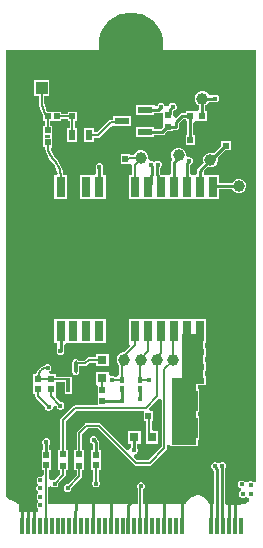
<source format=gtl>
G04*
G04 #@! TF.GenerationSoftware,Altium Limited,Altium Designer,21.6.4 (81)*
G04*
G04 Layer_Physical_Order=1*
G04 Layer_Color=255*
%FSLAX25Y25*%
%MOIN*%
G70*
G04*
G04 #@! TF.SameCoordinates,6F8CC7CC-E5A1-43EC-881E-7175B0140384*
G04*
G04*
G04 #@! TF.FilePolarity,Positive*
G04*
G01*
G75*
%ADD17C,0.01000*%
%ADD26R,0.02362X0.03543*%
%ADD27R,0.02165X0.02362*%
G04:AMPARAMS|DCode=28|XSize=45.83mil|YSize=13.22mil|CornerRadius=6.61mil|HoleSize=0mil|Usage=FLASHONLY|Rotation=90.000|XOffset=0mil|YOffset=0mil|HoleType=Round|Shape=RoundedRectangle|*
%AMROUNDEDRECTD28*
21,1,0.04583,0.00000,0,0,90.0*
21,1,0.03260,0.01322,0,0,90.0*
1,1,0.01322,0.00000,0.01630*
1,1,0.01322,0.00000,-0.01630*
1,1,0.01322,0.00000,-0.01630*
1,1,0.01322,0.00000,0.01630*
%
%ADD28ROUNDEDRECTD28*%
%ADD29R,0.01322X0.04583*%
%ADD30R,0.03150X0.03150*%
%ADD31R,0.02165X0.02165*%
%ADD32R,0.02165X0.02165*%
%ADD33R,0.02029X0.01860*%
%ADD34R,0.01378X0.05709*%
%ADD35R,0.01772X0.01968*%
%ADD36R,0.04546X0.06717*%
%ADD37R,0.05000X0.02200*%
%ADD38R,0.01968X0.02362*%
%ADD39R,0.03150X0.03150*%
%ADD40R,0.01968X0.01968*%
%ADD41R,0.01968X0.01968*%
%ADD42R,0.02362X0.01968*%
%ADD49R,0.03937X0.04134*%
%ADD50R,0.04134X0.08661*%
%ADD61C,0.00750*%
%ADD62C,0.00950*%
%ADD63R,0.03150X0.07080*%
%ADD64C,0.03937*%
%ADD65C,0.01600*%
%ADD66C,0.21654*%
G36*
X67323Y52559D02*
X64961D01*
Y32283D01*
X56693D01*
Y54331D01*
X60233D01*
Y69169D01*
X67323D01*
Y52559D01*
D02*
G37*
G36*
X85009Y20054D02*
X84785Y19928D01*
X84009Y19747D01*
X83807Y19949D01*
X83329Y20147D01*
X82812D01*
X82335Y19949D01*
X82237Y19852D01*
X81455Y19763D01*
X81024Y19914D01*
X80838Y20100D01*
X80360Y20298D01*
X79843D01*
X79365Y20100D01*
X78999Y19735D01*
X78801Y19257D01*
Y18740D01*
X78999Y18262D01*
X79365Y17896D01*
X79450Y17861D01*
D01*
X79843Y17698D01*
X79921D01*
Y16973D01*
X79624Y16850D01*
X79548Y16774D01*
D01*
X79258Y16484D01*
X79060Y16007D01*
Y15489D01*
X79258Y15012D01*
X79624Y14646D01*
X80101Y14448D01*
X80619D01*
X81048Y14626D01*
X81096Y14646D01*
X81621Y14866D01*
X82464Y14439D01*
X82535Y13482D01*
X82121Y13205D01*
X81578Y12662D01*
X81578Y12662D01*
X81404Y12402D01*
X79921D01*
Y12205D01*
X74827D01*
Y12402D01*
X74654D01*
Y24352D01*
X74762Y24461D01*
X74960Y24938D01*
Y25455D01*
X74762Y25933D01*
X74396Y26299D01*
X73918Y26497D01*
X73401D01*
X72923Y26299D01*
X72466Y25994D01*
X72009Y26299D01*
X71531Y26497D01*
X71014D01*
X70536Y26299D01*
X70170Y25933D01*
X69972Y25455D01*
Y24938D01*
X70170Y24461D01*
X70536Y24095D01*
X70663Y24042D01*
X70679Y23962D01*
X70894Y23640D01*
X71016Y23518D01*
Y12402D01*
X69271D01*
X69253Y12493D01*
X68900Y13344D01*
X68552Y13865D01*
X67901Y14517D01*
X67379Y14865D01*
X67379Y14865D01*
X66528Y15217D01*
X66528Y15217D01*
X65914Y15340D01*
X64992D01*
X64377Y15217D01*
X64377Y15217D01*
X63526Y14865D01*
X63005Y14517D01*
X62353Y13865D01*
X62005Y13344D01*
X62005Y13344D01*
X61653Y12493D01*
X61634Y12402D01*
X47152D01*
Y17385D01*
X47193Y17402D01*
X47559Y17767D01*
X47757Y18245D01*
Y18763D01*
X47559Y19240D01*
X47193Y19606D01*
X46715Y19804D01*
X46198D01*
X45720Y19606D01*
X45355Y19240D01*
X45157Y18763D01*
Y18245D01*
X45355Y17767D01*
X45368Y17754D01*
Y12402D01*
X15656D01*
Y18256D01*
X16441Y18501D01*
X16656Y18514D01*
X16980Y18189D01*
X17458Y17991D01*
X17975D01*
X18453Y18189D01*
X18819Y18555D01*
X19016Y19033D01*
Y19330D01*
X21103Y21416D01*
X21297Y21706D01*
X21365Y22047D01*
Y23713D01*
X22153D01*
Y26650D01*
X22154Y26681D01*
Y27650D01*
X22153Y27681D01*
Y30618D01*
X21365D01*
Y40182D01*
X24779Y43596D01*
X46549D01*
X47433Y43315D01*
X47433Y42596D01*
Y40150D01*
X48320D01*
Y37041D01*
X48301Y37022D01*
X48301D01*
X48122Y36720D01*
X48122Y36720D01*
X48122Y36096D01*
Y32571D01*
X52272D01*
Y36720D01*
X51032D01*
X50105Y37022D01*
Y40150D01*
X50598D01*
Y43315D01*
X49534D01*
X49120Y44315D01*
X52439Y47634D01*
X53068Y47490D01*
X53439Y47250D01*
Y31472D01*
X49015Y27048D01*
X45270D01*
X44304Y28015D01*
X44319Y28339D01*
X44611Y29122D01*
X44831Y29213D01*
X45197Y29579D01*
X45395Y30056D01*
Y30574D01*
X45197Y31051D01*
X45114Y31134D01*
Y32571D01*
X46366D01*
Y36720D01*
X42217D01*
Y32571D01*
X43075D01*
Y31134D01*
X42992Y31051D01*
X42901Y30831D01*
X42118Y30540D01*
X41794Y30524D01*
X33105Y39213D01*
X32816Y39407D01*
X32474Y39475D01*
X28346D01*
X28005Y39407D01*
X27716Y39213D01*
X25353Y36851D01*
X25160Y36562D01*
X25092Y36220D01*
Y30618D01*
X24303D01*
Y27681D01*
X24303Y27650D01*
Y26681D01*
X24303Y26650D01*
Y23713D01*
X25092D01*
Y22023D01*
X22086Y19016D01*
X21789D01*
X21311Y18819D01*
X20945Y18453D01*
X20747Y17975D01*
Y17458D01*
X20945Y16980D01*
X21311Y16614D01*
X21789Y16417D01*
X22306D01*
X22784Y16614D01*
X23149Y16980D01*
X23347Y17458D01*
Y17755D01*
X26615Y21023D01*
X26809Y21312D01*
X26876Y21654D01*
Y23713D01*
X27665D01*
Y26650D01*
X27665Y26681D01*
Y27650D01*
X27665Y27681D01*
Y30618D01*
X26876D01*
Y35851D01*
X28716Y37690D01*
X32105D01*
X44270Y25525D01*
X44559Y25332D01*
X44901Y25264D01*
X44901Y25264D01*
X49384D01*
X49726Y25332D01*
X50015Y25525D01*
X54962Y30472D01*
X55155Y30761D01*
X55223Y31102D01*
X55223Y31102D01*
Y32112D01*
X56152Y32283D01*
X56310Y31901D01*
X56693Y31742D01*
X64961D01*
X65343Y31901D01*
X65502Y32283D01*
Y33937D01*
X65860D01*
Y41654D01*
X65502D01*
Y42992D01*
X65860D01*
Y50709D01*
X65502D01*
Y52018D01*
X67323D01*
X67422Y52059D01*
X68020D01*
Y55028D01*
X67864D01*
Y56783D01*
X68020D01*
Y59752D01*
X67864D01*
Y61508D01*
X68020D01*
Y64476D01*
X67864D01*
Y66040D01*
X68213D01*
Y74120D01*
X64063D01*
Y74120D01*
X63883D01*
Y74120D01*
X60553D01*
X59733Y74120D01*
X58733Y74120D01*
X55403Y74120D01*
X54403Y74120D01*
X51073Y74120D01*
X50073Y74120D01*
X46743Y74120D01*
X45743Y74120D01*
X42413D01*
Y66040D01*
X42497D01*
X42912Y65039D01*
X40971Y63098D01*
X40454D01*
X39547Y62723D01*
X38852Y62028D01*
X38476Y61121D01*
Y60139D01*
X38852Y59232D01*
X39265Y58819D01*
Y55323D01*
X38772D01*
Y55171D01*
X37772Y54913D01*
X37744Y54941D01*
X37266Y55139D01*
X36749D01*
X36690Y55114D01*
X35735Y55641D01*
X35690Y55700D01*
Y56618D01*
X31541D01*
Y52468D01*
X31541D01*
X32088Y51920D01*
Y49376D01*
X32088Y48754D01*
X32088Y47754D01*
Y45380D01*
X24409D01*
X24068Y45312D01*
X23779Y45119D01*
X19842Y41182D01*
X19648Y40893D01*
X19580Y40551D01*
Y30618D01*
X18791D01*
Y27681D01*
X18791Y27650D01*
Y26681D01*
X18791Y26650D01*
Y23713D01*
X19580D01*
Y22417D01*
X17755Y20591D01*
X17458D01*
X16980Y20393D01*
X15927Y20724D01*
X15785Y20918D01*
X15853Y21260D01*
Y23811D01*
X16543D01*
Y27158D01*
Y30520D01*
X15980D01*
Y32252D01*
X16063Y32335D01*
X16261Y32812D01*
Y33329D01*
X16063Y33807D01*
X15697Y34173D01*
X15219Y34371D01*
X14702D01*
X14224Y34173D01*
X13859Y33807D01*
X13661Y33329D01*
Y32812D01*
X13859Y32335D01*
X13941Y32252D01*
Y30520D01*
X13378D01*
Y27158D01*
Y23811D01*
X14069D01*
Y22376D01*
X13251Y21633D01*
X12733D01*
X12256Y21435D01*
X11890Y21069D01*
X11692Y20591D01*
Y20079D01*
Y20074D01*
X11890Y19596D01*
X12205Y19282D01*
Y18880D01*
X11843Y18518D01*
D01*
X11645Y18041D01*
Y17523D01*
X11843Y17045D01*
X12205Y16684D01*
Y16012D01*
X11913Y15720D01*
D01*
X11890Y15697D01*
D01*
X11692Y15219D01*
Y14702D01*
X11890Y14224D01*
X12205Y13910D01*
Y13256D01*
X11890Y12941D01*
D01*
D01*
X11692Y12463D01*
Y12402D01*
Y11946D01*
X11890Y11468D01*
X12205Y11154D01*
Y9843D01*
X5906D01*
Y12402D01*
X5210D01*
X5036Y12662D01*
X4493Y13205D01*
X4493Y13205D01*
X3972Y13553D01*
X3972Y13553D01*
X3262Y13847D01*
X3031Y13893D01*
X2805Y13962D01*
X2421Y13999D01*
X1606Y14646D01*
Y14961D01*
Y15489D01*
X1606Y163749D01*
X85009D01*
X85009Y20054D01*
D02*
G37*
%LPC*%
G36*
X67420Y150106D02*
X66438D01*
X65531Y149731D01*
X64836Y149036D01*
X64461Y148129D01*
Y147147D01*
X64836Y146239D01*
X65531Y145545D01*
X65909Y145388D01*
Y144234D01*
X65445Y143413D01*
X64476D01*
X64445Y143413D01*
X61508D01*
Y142752D01*
X60082D01*
X59692Y142674D01*
X59361Y142453D01*
X58193Y141285D01*
X57193Y141700D01*
Y142512D01*
X57213Y142610D01*
Y143566D01*
X57228Y143582D01*
X57345D01*
X57823Y143780D01*
X58189Y144146D01*
X58387Y144623D01*
Y145141D01*
X58189Y145618D01*
X57823Y145984D01*
X57345Y146182D01*
X56828D01*
X56350Y145984D01*
X55984Y145618D01*
X55787Y145141D01*
X55450Y145037D01*
X54450Y145141D01*
X54252Y145618D01*
X53886Y145984D01*
X53408Y146182D01*
X52891D01*
X52413Y145984D01*
X52047Y145618D01*
X51850Y145141D01*
X51754Y145139D01*
X50757Y145360D01*
Y145360D01*
X44758D01*
Y142160D01*
X50757D01*
Y142740D01*
X52028D01*
X52418Y142818D01*
X52749Y143039D01*
X52831Y143121D01*
X53812Y142715D01*
X53831Y142675D01*
Y140673D01*
X53831Y140642D01*
Y139673D01*
X53831Y139642D01*
Y138147D01*
X53259Y137575D01*
X50757D01*
Y138155D01*
X44758D01*
Y134955D01*
X50757D01*
Y135536D01*
X53681D01*
X54071Y135613D01*
X54402Y135834D01*
X55273Y136705D01*
X57193D01*
Y137169D01*
X58211D01*
X58601Y137247D01*
X58932Y137468D01*
X59153Y137799D01*
X59231Y138189D01*
Y139440D01*
X60504Y140713D01*
X61508D01*
Y140051D01*
X61972D01*
Y135539D01*
X61508D01*
Y132177D01*
X64476D01*
Y135539D01*
X64012D01*
Y139231D01*
X64476Y140051D01*
X65445D01*
X65476Y140051D01*
X68413D01*
Y143413D01*
X67949D01*
Y145388D01*
X68327Y145545D01*
X69022Y146239D01*
X69179Y146618D01*
X70441D01*
X70524Y146536D01*
X71001Y146338D01*
X71518D01*
X71996Y146536D01*
X72362Y146901D01*
X72560Y147379D01*
Y147896D01*
X72362Y148374D01*
X71996Y148740D01*
X71518Y148938D01*
X71001D01*
X70524Y148740D01*
X70441Y148657D01*
X69179D01*
X69022Y149036D01*
X68327Y149731D01*
X67420Y150106D01*
D02*
G37*
G36*
X43158Y141758D02*
X37157D01*
Y140574D01*
X36533D01*
X36191Y140506D01*
X35902Y140313D01*
X32012Y136423D01*
X31012Y136562D01*
Y137705D01*
X27650D01*
Y133161D01*
X31012D01*
Y134541D01*
X32283D01*
X32625Y134609D01*
X32914Y134802D01*
X36307Y138195D01*
X37157Y138558D01*
X37157Y138558D01*
Y138558D01*
X37157Y138558D01*
X43158D01*
Y141758D01*
D02*
G37*
G36*
X15854Y153650D02*
X10917D01*
Y148516D01*
X12494D01*
Y146485D01*
X12474D01*
X12621Y144996D01*
X13055Y143564D01*
X13760Y142244D01*
X13924Y142044D01*
Y140302D01*
X14462D01*
Y138492D01*
X13870D01*
Y135555D01*
X13870Y135524D01*
Y134555D01*
X13870Y134524D01*
Y131587D01*
X14524D01*
X14609Y130722D01*
X15120Y129037D01*
X15950Y127484D01*
X17067Y126122D01*
X17067D01*
X17096Y126121D01*
X17808Y125253D01*
X18347Y124244D01*
X18679Y123150D01*
X18705Y122890D01*
X18033Y122150D01*
X17613D01*
Y114069D01*
X21763D01*
Y122150D01*
X20587D01*
X20453Y123503D01*
X20018Y124936D01*
X19312Y126258D01*
X18361Y127416D01*
X18361Y127416D01*
X17728Y128154D01*
X17454Y128489D01*
X16791Y129729D01*
X16531Y130587D01*
X16839Y131587D01*
X16839D01*
Y134524D01*
X16839Y134555D01*
Y135524D01*
X16839Y135555D01*
Y138492D01*
X16247D01*
Y140302D01*
X19934D01*
Y140840D01*
X22138D01*
Y140248D01*
X22730D01*
Y137705D01*
X21744D01*
Y133161D01*
X25106D01*
Y137705D01*
X24514D01*
Y140248D01*
X25106D01*
Y143217D01*
X22138D01*
Y142624D01*
X19934D01*
Y143162D01*
X15336D01*
X15264Y143249D01*
X14726Y144256D01*
X14395Y145349D01*
X14283Y146485D01*
X14278D01*
Y148516D01*
X15854D01*
Y153650D01*
D02*
G37*
G36*
X76484Y133374D02*
X73122D01*
Y131847D01*
X70694Y129419D01*
X70176Y129634D01*
X69194D01*
X68287Y129258D01*
X67592Y128564D01*
X67216Y127656D01*
Y126674D01*
X67373Y126296D01*
X65417Y124340D01*
X65196Y124009D01*
X65119Y123619D01*
Y122857D01*
X64412Y122150D01*
X63535D01*
X62828Y122857D01*
Y125472D01*
X62857D01*
X63335Y125670D01*
X63700Y126035D01*
X63898Y126513D01*
Y127030D01*
X63700Y127508D01*
X63335Y127874D01*
X62857Y128072D01*
X62450D01*
X62310Y128098D01*
X61524Y128816D01*
Y129231D01*
X61148Y130138D01*
X60453Y130833D01*
X59546Y131209D01*
X58564D01*
X57657Y130833D01*
X56962Y130138D01*
X56587Y129231D01*
Y128249D01*
X56962Y127342D01*
X56986Y127318D01*
X56759Y127092D01*
X56538Y126761D01*
X56461Y126371D01*
Y122857D01*
X55754Y122150D01*
X55403D01*
X54403Y122150D01*
X53015D01*
X52967Y122390D01*
X52802Y122636D01*
Y124443D01*
X52913Y124488D01*
X53279Y124854D01*
X53477Y125332D01*
Y125849D01*
X53279Y126327D01*
X52913Y126693D01*
X52436Y126891D01*
X51919D01*
X51441Y126693D01*
X50983Y126388D01*
X50526Y126693D01*
X50048Y126891D01*
X49771D01*
X49299Y127210D01*
X48925Y127722D01*
Y128444D01*
X48549Y129351D01*
X47855Y130045D01*
X46948Y130421D01*
X45966D01*
X45058Y130045D01*
X44364Y129351D01*
X44154Y128845D01*
X42823D01*
Y129240D01*
X39854D01*
Y125878D01*
X42643D01*
X42997Y125755D01*
X43596Y125331D01*
Y122150D01*
X42413D01*
Y114069D01*
X45743D01*
X46563Y114069D01*
X47563Y114069D01*
X50893D01*
Y114069D01*
X51073D01*
Y114069D01*
X54403D01*
X55223Y114069D01*
X56223Y114069D01*
X59553Y114069D01*
X60553Y114069D01*
X63883Y114069D01*
X64883Y114069D01*
X68213Y114069D01*
X69213Y114069D01*
X72543D01*
Y117484D01*
X76884D01*
X77041Y117106D01*
X77736Y116411D01*
X78643Y116035D01*
X79625D01*
X80532Y116411D01*
X81226Y117106D01*
X81602Y118013D01*
Y118995D01*
X81226Y119902D01*
X80532Y120597D01*
X79625Y120972D01*
X78643D01*
X77736Y120597D01*
X77041Y119902D01*
X76884Y119524D01*
X72543D01*
Y122150D01*
X69213D01*
X68393Y122150D01*
X67865D01*
X67625Y122390D01*
Y123663D01*
X68815Y124854D01*
X69194Y124697D01*
X70176D01*
X71083Y125073D01*
X71778Y125767D01*
X72154Y126674D01*
Y127656D01*
X72054Y127896D01*
X74564Y130405D01*
X76484D01*
Y133374D01*
D02*
G37*
G36*
X32936Y126103D02*
X32419D01*
X31941Y125905D01*
X31575Y125540D01*
X31377Y125062D01*
Y124545D01*
X31575Y124067D01*
X31659Y123983D01*
Y122857D01*
X30952Y122150D01*
X30603D01*
X29603Y122150D01*
X26273D01*
Y114069D01*
X29603D01*
X30423Y114069D01*
X31423Y114069D01*
X34753D01*
Y122150D01*
X33698D01*
Y123986D01*
X33779Y124067D01*
X33977Y124545D01*
Y125062D01*
X33779Y125540D01*
X33414Y125905D01*
X32936Y126103D01*
D02*
G37*
G36*
X30603Y74120D02*
X29603Y74120D01*
X26273Y74120D01*
X25273Y74120D01*
X21943Y74120D01*
X20943Y74120D01*
X17613D01*
Y66040D01*
X18669D01*
Y64208D01*
X18583Y64122D01*
X18385Y63644D01*
Y63127D01*
X18583Y62649D01*
X18949Y62284D01*
X19426Y62086D01*
X19944D01*
X20421Y62284D01*
X20787Y62649D01*
X20985Y63127D01*
Y63644D01*
X20787Y64122D01*
X20708Y64201D01*
Y65332D01*
X21415Y66040D01*
X21763D01*
X22763Y66040D01*
X26093Y66040D01*
X27093Y66040D01*
X30423Y66040D01*
X31423Y66040D01*
X34753D01*
Y74120D01*
X30603Y74120D01*
D02*
G37*
G36*
X35690Y62524D02*
X31541D01*
Y61341D01*
X29021D01*
X28680Y61273D01*
X28390Y61080D01*
X27608Y60297D01*
X25854D01*
X25640Y60617D01*
X25256Y60874D01*
X24803Y60964D01*
X24350Y60874D01*
X23966Y60617D01*
X23709Y60233D01*
X23619Y59780D01*
Y56520D01*
X23709Y56067D01*
X23966Y55683D01*
X24350Y55426D01*
X24803Y55336D01*
X25256Y55426D01*
X25640Y55683D01*
X25897Y56067D01*
X25987Y56520D01*
Y58513D01*
X27978D01*
X28319Y58581D01*
X28608Y58774D01*
X29391Y59557D01*
X31541D01*
Y58374D01*
X35690D01*
Y62524D01*
D02*
G37*
G36*
X15613Y59174D02*
X15096D01*
X14618Y58976D01*
X14252Y58610D01*
X14247Y58597D01*
X13475Y58278D01*
X12697Y57680D01*
D01*
X12352Y57333D01*
D01*
X11780Y56589D01*
X11422Y55722D01*
X11421Y55717D01*
X10622D01*
Y52354D01*
Y49008D01*
X11313D01*
Y48425D01*
X11381Y48084D01*
X11574Y47794D01*
X14448Y44920D01*
Y44623D01*
X14646Y44146D01*
X15012Y43780D01*
X15489Y43582D01*
X16007D01*
X16484Y43780D01*
X16850Y44146D01*
X17048Y44623D01*
Y44791D01*
X17919Y45338D01*
X17972Y45350D01*
X18385Y45042D01*
Y45017D01*
X18583Y44539D01*
X18949Y44173D01*
X19426Y43976D01*
X19944D01*
X20421Y44173D01*
X20787Y44539D01*
X20985Y45017D01*
Y45534D01*
X20787Y46012D01*
X20421Y46378D01*
X19944Y46576D01*
X19647D01*
X18186Y48036D01*
X18118Y49008D01*
X18118D01*
Y53143D01*
X21083D01*
Y49295D01*
X23405D01*
Y54878D01*
X22177D01*
X21925Y54928D01*
X18118D01*
Y55717D01*
X16156D01*
X15957Y56717D01*
X16091Y56772D01*
X16456Y57138D01*
X16654Y57615D01*
Y58133D01*
X16456Y58610D01*
X16091Y58976D01*
X15613Y59174D01*
D02*
G37*
G36*
X30967Y35158D02*
X30450D01*
X29972Y34960D01*
X29607Y34595D01*
X29409Y34117D01*
Y33600D01*
X29607Y33122D01*
X29972Y32756D01*
X30450Y32558D01*
X30476D01*
Y30520D01*
X29913D01*
Y27158D01*
Y23811D01*
X30604D01*
Y20238D01*
X30394Y20028D01*
X30196Y19550D01*
Y19033D01*
X30394Y18555D01*
X30760Y18189D01*
X31238Y17991D01*
X31755D01*
X32232Y18189D01*
X32598Y18555D01*
X32796Y19033D01*
Y19550D01*
X32598Y20028D01*
X32388Y20238D01*
Y23811D01*
X33079D01*
Y27158D01*
Y30520D01*
X32516D01*
Y33071D01*
X32438Y33461D01*
X32217Y33792D01*
X32009Y34000D01*
Y34117D01*
X31811Y34595D01*
X31445Y34960D01*
X30967Y35158D01*
D02*
G37*
%LPD*%
G36*
X16297Y135523D02*
Y134555D01*
Y134555D01*
X14411D01*
Y134555D01*
Y135523D01*
Y135524D01*
X16297D01*
Y135523D01*
D02*
G37*
G54D17*
X44291Y34646D02*
X44094Y34170D01*
X33670Y46794D02*
X33699Y46822D01*
X40129D01*
X40157Y46850D01*
X27350Y47655D02*
X27362Y47668D01*
Y52086D01*
X57480Y126371D02*
X59055Y127945D01*
Y128740D01*
X57480Y118111D02*
Y126371D01*
X62795Y141732D02*
X62992Y141535D01*
X55512Y138189D02*
X58211D01*
X60082Y141732D02*
X62795D01*
X58211Y139862D02*
X60082Y141732D01*
X58211Y138189D02*
Y139862D01*
X24803Y10389D02*
Y14961D01*
X30512Y5020D02*
Y13386D01*
X75984Y10976D02*
Y14567D01*
X75787Y10779D02*
X75984Y10976D01*
X75787Y5020D02*
Y10779D01*
X24606Y5020D02*
Y10192D01*
X24803Y10389D01*
X30709Y33858D02*
X31496Y33071D01*
Y28839D02*
Y33071D01*
X44094Y30315D02*
Y34170D01*
X41732Y41732D02*
X45276D01*
X46063Y47638D02*
Y50886D01*
X40157Y46850D02*
Y50886D01*
X14961Y28839D02*
Y33071D01*
X32677Y124803D02*
X32678Y124802D01*
Y118110D02*
Y124802D01*
X61808Y125982D02*
X62598Y126772D01*
X61808Y118110D02*
Y125982D01*
X19685Y63386D02*
X19688Y63389D01*
Y70079D01*
X70863Y118504D02*
X79134D01*
X70468Y118110D02*
X70863Y118504D01*
X57478Y118110D02*
X57480Y118111D01*
X66138Y123619D02*
X69685Y127165D01*
X66138Y118110D02*
Y123619D01*
X69882Y127165D02*
X74606Y131890D01*
X74803D01*
X69685Y127165D02*
X69882D01*
X74803Y135827D02*
Y139370D01*
X66929Y133858D02*
X69685D01*
X66929Y147638D02*
X71260D01*
X66929Y141732D02*
Y147638D01*
X62992Y133858D02*
Y141535D01*
Y133858D02*
X62992Y133858D01*
X53681Y136555D02*
X55315Y138189D01*
X47758Y136555D02*
X53681D01*
X55315Y138189D02*
X55512D01*
X56193Y143988D02*
X57087Y144882D01*
X55709Y142126D02*
X56193Y142610D01*
X55512Y142126D02*
X55709D01*
X56193Y142610D02*
Y143988D01*
X52028Y143760D02*
X53150Y144882D01*
X47758Y143760D02*
X52028D01*
X37402Y127559D02*
Y131496D01*
X37402Y127559D02*
X37402Y127559D01*
X27559Y141732D02*
X31102D01*
X69291Y17161D02*
X69882Y16570D01*
Y5020D02*
Y16570D01*
X69291Y17161D02*
Y17323D01*
X43701Y13617D02*
Y13780D01*
X42323Y12239D02*
X43701Y13617D01*
X42323Y5020D02*
Y12239D01*
X77756Y5020D02*
Y12992D01*
X59842Y14173D02*
X60039Y13976D01*
Y5020D02*
Y13976D01*
X53937Y14173D02*
X54134Y13976D01*
Y5020D02*
Y13976D01*
X48228Y13583D02*
X48425Y13780D01*
X48228Y5020D02*
Y13583D01*
X36417Y13189D02*
X36614Y13386D01*
X36417Y5020D02*
Y13189D01*
X10827Y5020D02*
Y11417D01*
X10630Y5020D02*
X10827D01*
X8858D02*
Y11417D01*
X6890Y5020D02*
Y10630D01*
G54D26*
X29331Y135433D02*
D03*
X23425D02*
D03*
G54D27*
X12205Y54035D02*
D03*
Y50689D02*
D03*
X16535Y54035D02*
D03*
Y50689D02*
D03*
X14961Y28839D02*
D03*
Y25492D02*
D03*
X31496Y28839D02*
D03*
Y25492D02*
D03*
G54D28*
X24803Y58150D02*
D03*
X27362Y52086D02*
D03*
G54D29*
X22244D02*
D03*
G54D30*
X33616Y54543D02*
D03*
Y60449D02*
D03*
G54D31*
X33670Y46794D02*
D03*
Y50337D02*
D03*
G54D32*
X49016Y41732D02*
D03*
X45472D02*
D03*
G54D33*
X15439Y141732D02*
D03*
X18419D02*
D03*
G54D34*
X6890Y5020D02*
D03*
X8858D02*
D03*
X10827D02*
D03*
X12795D02*
D03*
X14764D02*
D03*
X16732D02*
D03*
X18701D02*
D03*
X20669D02*
D03*
X22638D02*
D03*
X24606D02*
D03*
X26575D02*
D03*
X28543D02*
D03*
X30512D02*
D03*
X32480D02*
D03*
X34449D02*
D03*
X36417D02*
D03*
X38386D02*
D03*
X40354D02*
D03*
X42323D02*
D03*
X44291D02*
D03*
X46260D02*
D03*
X48228D02*
D03*
X50197D02*
D03*
X52165D02*
D03*
X54134D02*
D03*
X56102D02*
D03*
X58071D02*
D03*
X60039D02*
D03*
X73819D02*
D03*
X75787D02*
D03*
X77756D02*
D03*
X79724D02*
D03*
X71850D02*
D03*
X69882D02*
D03*
G54D35*
X40157Y53839D02*
D03*
Y50886D02*
D03*
X46063Y53839D02*
D03*
Y50886D02*
D03*
G54D36*
X73133Y37795D02*
D03*
X63087D02*
D03*
X73133Y46850D02*
D03*
X63087D02*
D03*
G54D37*
X47758Y136555D02*
D03*
Y143760D02*
D03*
X40157Y140157D02*
D03*
G54D38*
X66929Y133858D02*
D03*
X62992D02*
D03*
X37402Y127559D02*
D03*
X41339D02*
D03*
X62992Y141732D02*
D03*
X66929D02*
D03*
G54D39*
X50197Y34646D02*
D03*
X44291D02*
D03*
G54D40*
X27559Y141732D02*
D03*
X23622D02*
D03*
X70472Y62992D02*
D03*
X66535D02*
D03*
X70472Y58268D02*
D03*
X66535D02*
D03*
X70472Y53543D02*
D03*
X66535D02*
D03*
G54D41*
X15354Y137008D02*
D03*
Y133071D02*
D03*
G54D42*
X25984Y25197D02*
D03*
Y29134D02*
D03*
X20472Y25197D02*
D03*
Y29134D02*
D03*
X74803Y131890D02*
D03*
Y135827D02*
D03*
X55512Y142126D02*
D03*
Y138189D02*
D03*
G54D49*
X13386Y151083D02*
D03*
G54D50*
X7579Y157087D02*
D03*
X19193D02*
D03*
G54D61*
X12992Y56693D02*
X12409Y55821D01*
X12205Y54792D01*
X15354Y57874D02*
X14263Y57657D01*
X13338Y57039D01*
X46457Y18504D02*
X46260Y18029D01*
X49213Y37022D02*
X49327Y36152D01*
X49663Y35342D01*
X50197Y34646D01*
X23425Y135433D02*
X23622Y135908D01*
X13386Y146485D02*
X13469Y145433D01*
X13715Y144408D01*
X14118Y143433D01*
X14669Y142534D01*
X15354Y141732D01*
X15354Y132475D02*
X15423Y131422D01*
X15629Y130387D01*
X15968Y129388D01*
X16435Y128442D01*
X17021Y127565D01*
X17717Y126772D01*
X19688Y122011D02*
X19605Y123064D01*
X19359Y124092D01*
X18955Y125068D01*
X18403Y125968D01*
X17717Y126772D01*
X16535Y54035D02*
X21925D01*
X22244Y52086D02*
Y53716D01*
X21925Y54035D02*
X22244Y53716D01*
X33670Y50337D02*
Y54488D01*
X33616Y54543D02*
X33670Y54488D01*
X24803Y58150D02*
Y59141D01*
X25067Y59405D01*
X27978D01*
X29021Y60449D01*
X33616D01*
X40157Y53839D02*
Y61024D01*
X44488Y65355D01*
X12205Y54035D02*
Y54792D01*
X12992Y56693D02*
X13338Y57039D01*
X12205Y54035D02*
X16535D01*
X12205Y48425D02*
X15748Y44882D01*
X12205Y48425D02*
Y50689D01*
X16535Y48425D02*
X19685Y45276D01*
X16535Y48425D02*
Y50689D01*
X46260Y5020D02*
Y18029D01*
X57087Y60630D02*
Y69688D01*
X57478Y70079D01*
X44901Y26156D02*
X49384D01*
X28346Y38583D02*
X32474D01*
X44901Y26156D01*
X25984Y36220D02*
X28346Y38583D01*
X25984Y29134D02*
Y36220D01*
X49384Y26156D02*
X54331Y31102D01*
Y57436D02*
X57087Y60192D01*
X54331Y31102D02*
Y57436D01*
X57087Y60192D02*
Y60630D01*
X20472Y40551D02*
X24409Y44488D01*
X20472Y29134D02*
Y40551D01*
X24409Y44488D02*
X48031D01*
X51968Y48425D01*
Y60630D01*
Y61492D02*
X53148Y62672D01*
Y70079D01*
X51968Y60630D02*
Y61492D01*
X49213Y37022D02*
Y41732D01*
X46063Y53839D02*
X49213D01*
X37008D02*
X40157D01*
X44488Y65355D02*
Y70079D01*
X46063Y53839D02*
Y60630D01*
X48818Y63385D01*
Y70079D01*
X44488Y125546D02*
X46457Y127515D01*
X44488Y118110D02*
Y125546D01*
X46457Y127515D02*
Y127953D01*
X42520D02*
X46457D01*
X42126Y127559D02*
X42520Y127953D01*
X36533Y139682D02*
X39682D01*
X40157Y140157D01*
X32283Y135433D02*
X36533Y139682D01*
X29331Y135433D02*
X32283D01*
X23622Y135908D02*
Y141732D01*
X18504D02*
X23622D01*
X15354D02*
X15354Y141732D01*
Y137008D02*
Y141732D01*
X13386Y146485D02*
Y151083D01*
X15354Y132475D02*
Y133071D01*
X19688Y118110D02*
Y122011D01*
X31496Y19291D02*
Y25492D01*
X17717Y19291D02*
X20472Y22047D01*
Y25197D01*
X22047Y17717D02*
X25984Y21654D01*
Y25197D01*
X14961Y21260D02*
Y25492D01*
X14764Y21063D02*
X14961Y21260D01*
X14764Y5020D02*
Y21063D01*
G54D62*
X73660Y5404D02*
X73819Y5020D01*
X71850D02*
X72010Y5404D01*
X73660D02*
Y25197D01*
X73660Y25197D01*
X50158Y122250D02*
Y125046D01*
X49918Y119210D02*
Y122010D01*
X50158Y122250D01*
X48818Y118110D02*
X49918Y119210D01*
X71272Y25197D02*
X71597Y24872D01*
Y24343D02*
Y24872D01*
Y24343D02*
X72010Y23930D01*
Y5404D02*
Y23930D01*
X51808Y122250D02*
Y125046D01*
X52048Y119210D02*
X53148Y118110D01*
X51808Y122250D02*
X52048Y122010D01*
Y119210D02*
Y122010D01*
G54D63*
X44488Y118110D02*
D03*
X61808D02*
D03*
X66138D02*
D03*
X70468D02*
D03*
X48818D02*
D03*
X53148D02*
D03*
X57478D02*
D03*
X32678D02*
D03*
X19688D02*
D03*
X24018D02*
D03*
X28348D02*
D03*
X15358D02*
D03*
X28348Y70079D02*
D03*
X19688D02*
D03*
X15358D02*
D03*
X32678D02*
D03*
X24018D02*
D03*
X57478D02*
D03*
X53148D02*
D03*
X48818D02*
D03*
X70468D02*
D03*
X66138D02*
D03*
X61808D02*
D03*
X44488D02*
D03*
G54D64*
X51968Y60630D02*
D03*
X69685Y127165D02*
D03*
X46457Y127953D02*
D03*
X59055Y128740D02*
D03*
X66929Y147638D02*
D03*
X79134Y118504D02*
D03*
X40945Y60630D02*
D03*
X46457D02*
D03*
X57087D02*
D03*
G54D65*
X27350Y47655D02*
D03*
X15748Y44882D02*
D03*
X19685Y45276D02*
D03*
X15354Y57874D02*
D03*
X46457Y18504D02*
D03*
X78740Y30847D02*
D03*
X81809Y31105D02*
D03*
X79965Y24408D02*
D03*
X83206Y27953D02*
D03*
X83465Y24016D02*
D03*
X24803Y14961D02*
D03*
X75984Y14567D02*
D03*
X81890Y75984D02*
D03*
X80709Y94095D02*
D03*
X81102Y84646D02*
D03*
Y101969D02*
D03*
Y105512D02*
D03*
Y108661D02*
D03*
X84110Y161504D02*
D03*
X82610Y158504D02*
D03*
X84110Y155504D02*
D03*
X82610Y152504D02*
D03*
X81110Y161504D02*
D03*
X79610Y158504D02*
D03*
X81110Y155504D02*
D03*
X79610Y152504D02*
D03*
Y68504D02*
D03*
Y62504D02*
D03*
Y56504D02*
D03*
X78110Y161504D02*
D03*
X76610Y158504D02*
D03*
X78110Y155504D02*
D03*
X76610Y152504D02*
D03*
X75110Y161504D02*
D03*
X73610Y158504D02*
D03*
X75110Y155504D02*
D03*
X73610Y152504D02*
D03*
X72110Y161504D02*
D03*
X70610Y158504D02*
D03*
X72110Y155504D02*
D03*
X70610Y152504D02*
D03*
X69110Y161504D02*
D03*
X67610Y158504D02*
D03*
X69110Y155504D02*
D03*
X67610Y152504D02*
D03*
X66110Y161504D02*
D03*
X64610Y158504D02*
D03*
X66110Y155504D02*
D03*
X64610Y152504D02*
D03*
X63110Y161504D02*
D03*
X61610Y158504D02*
D03*
X63110Y155504D02*
D03*
X61610Y152504D02*
D03*
X60110Y161504D02*
D03*
X58610Y158504D02*
D03*
X60110Y155504D02*
D03*
X58610Y152504D02*
D03*
X57110Y161504D02*
D03*
X55610Y158504D02*
D03*
X57110Y155504D02*
D03*
X55610Y152504D02*
D03*
X54110Y155504D02*
D03*
X52610Y152504D02*
D03*
X49610D02*
D03*
X43610Y146504D02*
D03*
X42110Y149504D02*
D03*
X40610Y146504D02*
D03*
X42110Y143504D02*
D03*
X40610Y134504D02*
D03*
X37610Y152504D02*
D03*
X39110Y149504D02*
D03*
X37610Y146504D02*
D03*
X39110Y143504D02*
D03*
X37610Y134504D02*
D03*
Y122504D02*
D03*
Y116504D02*
D03*
Y110504D02*
D03*
X34610Y152504D02*
D03*
X36110Y149504D02*
D03*
X34610Y146504D02*
D03*
X36110Y143504D02*
D03*
X34610Y134504D02*
D03*
Y128504D02*
D03*
X36110Y119504D02*
D03*
Y113504D02*
D03*
X34610Y110504D02*
D03*
X36110Y107504D02*
D03*
X34610Y104504D02*
D03*
X31610Y158504D02*
D03*
X33110Y155504D02*
D03*
X31610Y152504D02*
D03*
X33110Y149504D02*
D03*
X31610Y146504D02*
D03*
X33110Y143504D02*
D03*
Y131504D02*
D03*
X31610Y128504D02*
D03*
Y110504D02*
D03*
X33110Y107504D02*
D03*
X31610Y104504D02*
D03*
X30110Y161504D02*
D03*
X28610Y158504D02*
D03*
X30110Y155504D02*
D03*
X28610Y152504D02*
D03*
X30110Y149504D02*
D03*
X28610Y146504D02*
D03*
X30110Y131504D02*
D03*
X28610Y128504D02*
D03*
X30110Y125504D02*
D03*
Y107504D02*
D03*
X28610Y104504D02*
D03*
X27110Y161504D02*
D03*
X25610Y158504D02*
D03*
X27110Y155504D02*
D03*
X25610Y152504D02*
D03*
X27110Y149504D02*
D03*
X25610Y146504D02*
D03*
X27110Y131504D02*
D03*
X25610Y128504D02*
D03*
X27110Y125504D02*
D03*
Y107504D02*
D03*
X25610Y104504D02*
D03*
X24110Y149504D02*
D03*
X22610Y146504D02*
D03*
X24110Y131504D02*
D03*
X22610Y128504D02*
D03*
Y110504D02*
D03*
X21110Y149504D02*
D03*
X19610Y146504D02*
D03*
Y110504D02*
D03*
X16610D02*
D03*
X18110Y107504D02*
D03*
X16610Y104504D02*
D03*
X15110Y161504D02*
D03*
X13610Y158504D02*
D03*
Y110504D02*
D03*
X15110Y107504D02*
D03*
X13610Y104504D02*
D03*
X12110Y161504D02*
D03*
X10610Y128504D02*
D03*
X12110Y125504D02*
D03*
X10610Y122504D02*
D03*
X12110Y119504D02*
D03*
X10610Y116504D02*
D03*
X12110Y113504D02*
D03*
X10610Y110504D02*
D03*
X12110Y107504D02*
D03*
X10610Y104504D02*
D03*
X7610Y146504D02*
D03*
X9110Y143504D02*
D03*
X7610Y140504D02*
D03*
X9110Y137504D02*
D03*
X7610Y134504D02*
D03*
X9110Y131504D02*
D03*
X7610Y128504D02*
D03*
X9110Y125504D02*
D03*
X7610Y122504D02*
D03*
X9110Y119504D02*
D03*
X7610Y116504D02*
D03*
X9110Y113504D02*
D03*
X7610Y110504D02*
D03*
X9110Y107504D02*
D03*
X7610Y104504D02*
D03*
Y98504D02*
D03*
Y92504D02*
D03*
Y86504D02*
D03*
Y80504D02*
D03*
Y74504D02*
D03*
Y68504D02*
D03*
Y62504D02*
D03*
Y56504D02*
D03*
Y50504D02*
D03*
Y44504D02*
D03*
Y38504D02*
D03*
Y32504D02*
D03*
Y26504D02*
D03*
X6110Y149504D02*
D03*
X4610Y146504D02*
D03*
X6110Y143504D02*
D03*
X4610Y140504D02*
D03*
X6110Y137504D02*
D03*
X4610Y134504D02*
D03*
X6110Y131504D02*
D03*
X4610Y128504D02*
D03*
X6110Y125504D02*
D03*
X4610Y122504D02*
D03*
X6110Y119504D02*
D03*
X4610Y116504D02*
D03*
X6110Y113504D02*
D03*
X4610Y110504D02*
D03*
X6110Y107504D02*
D03*
X4610Y104504D02*
D03*
X6110Y101504D02*
D03*
X4610Y98504D02*
D03*
X6110Y95504D02*
D03*
X4610Y92504D02*
D03*
X6110Y89504D02*
D03*
X4610Y86504D02*
D03*
X6110Y83504D02*
D03*
X4610Y80504D02*
D03*
X6110Y77504D02*
D03*
X4610Y74504D02*
D03*
X6110Y71504D02*
D03*
X4610Y68504D02*
D03*
X6110Y65504D02*
D03*
X4610Y62504D02*
D03*
X6110Y59504D02*
D03*
X4610Y56504D02*
D03*
X6110Y53504D02*
D03*
X4610Y50504D02*
D03*
X6110Y47504D02*
D03*
X4610Y44504D02*
D03*
X6110Y41504D02*
D03*
X4610Y38504D02*
D03*
X6110Y35504D02*
D03*
X4610Y32504D02*
D03*
X6110Y29504D02*
D03*
X4610Y26504D02*
D03*
X6110Y23504D02*
D03*
X12658Y133783D02*
D03*
X12431Y131024D02*
D03*
X13809Y128662D02*
D03*
X15217Y126148D02*
D03*
X17090Y123859D02*
D03*
X22047Y123660D02*
D03*
X21488Y126022D02*
D03*
X19779Y128268D02*
D03*
X18594Y130731D02*
D03*
X18460Y133163D02*
D03*
X18367Y135641D02*
D03*
X16520Y144769D02*
D03*
X15677Y147174D02*
D03*
X12396Y139050D02*
D03*
X12169Y141654D02*
D03*
X11475Y144016D02*
D03*
X12992Y154912D02*
D03*
X9055Y151083D02*
D03*
X9655Y148622D02*
D03*
X11045Y146423D02*
D03*
X12488Y136614D02*
D03*
X18215Y138177D02*
D03*
X17237Y149397D02*
D03*
X16142Y154912D02*
D03*
X3543Y155512D02*
D03*
Y160630D02*
D03*
X24409Y155118D02*
D03*
X28740Y14961D02*
D03*
X73660Y25197D02*
D03*
X71272D02*
D03*
X30709Y33858D02*
D03*
X52177Y125591D02*
D03*
X49790D02*
D03*
X44094Y30315D02*
D03*
X41732Y41732D02*
D03*
X46063Y47638D02*
D03*
X40157Y46850D02*
D03*
X49213Y53839D02*
D03*
X37008D02*
D03*
X14961Y33071D02*
D03*
X32677Y124803D02*
D03*
X62598Y126772D02*
D03*
X19685Y63386D02*
D03*
X74803Y139370D02*
D03*
X69685Y133858D02*
D03*
X71260Y147638D02*
D03*
X57087Y144882D02*
D03*
X53150D02*
D03*
X37402Y131496D02*
D03*
X31102Y141732D02*
D03*
X15358Y63070D02*
D03*
X25364Y123859D02*
D03*
X14173Y123938D02*
D03*
X78347Y35433D02*
D03*
Y39764D02*
D03*
X77953Y46063D02*
D03*
Y49606D02*
D03*
X74016Y53543D02*
D03*
Y58268D02*
D03*
Y62992D02*
D03*
X62598Y59842D02*
D03*
Y57284D02*
D03*
Y54872D02*
D03*
X69291Y17323D02*
D03*
X77115Y17594D02*
D03*
X77239Y20147D02*
D03*
X43701Y13780D02*
D03*
X80360Y15748D02*
D03*
X80101Y18998D02*
D03*
X83071Y15748D02*
D03*
Y18847D02*
D03*
X59842Y14173D02*
D03*
X53937D02*
D03*
X48425Y13780D02*
D03*
X36614Y13386D02*
D03*
X12992Y12205D02*
D03*
Y14961D02*
D03*
X12945Y17782D02*
D03*
X12992Y20333D02*
D03*
X5906Y19808D02*
D03*
X5036Y16535D02*
D03*
X2518Y16524D02*
D03*
X2687Y19808D02*
D03*
X31496Y19291D02*
D03*
X17717D02*
D03*
X22047Y17717D02*
D03*
G54D66*
X43307Y165354D02*
D03*
M02*

</source>
